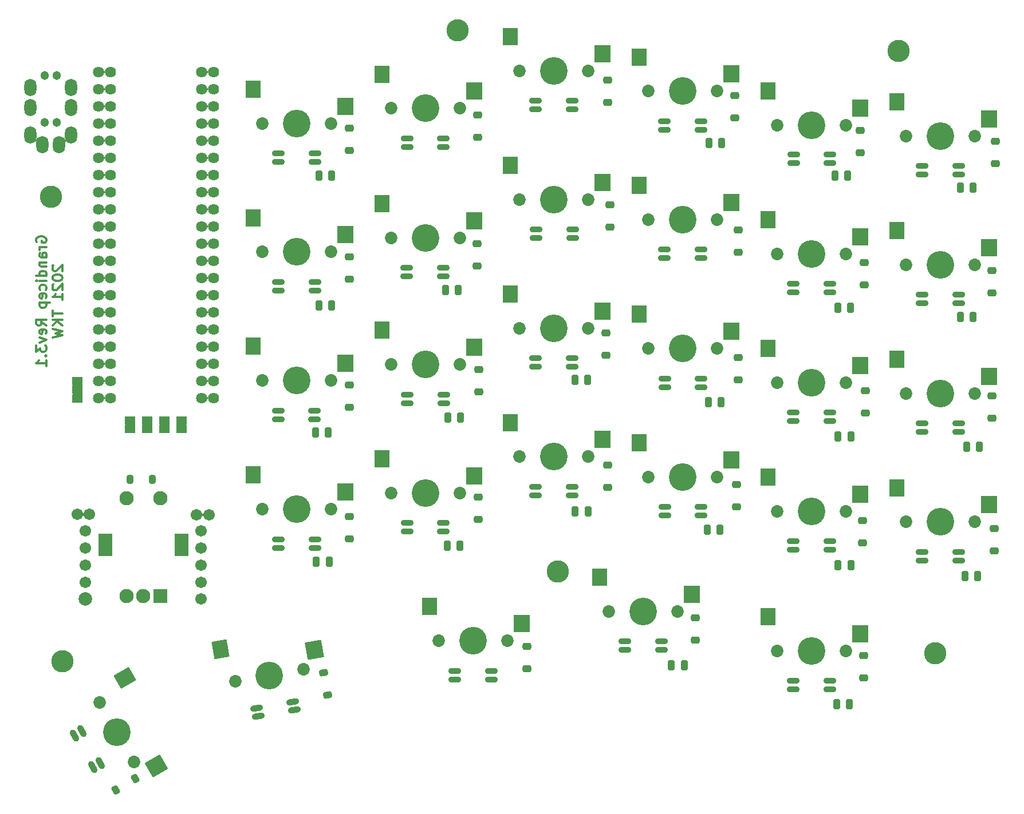
<source format=gbr>
G04 #@! TF.GenerationSoftware,KiCad,Pcbnew,6.0.0-rc1-unknown-b6ea9afb4f~144~ubuntu20.04.1*
G04 #@! TF.CreationDate,2021-11-30T19:06:32+00:00*
G04 #@! TF.ProjectId,grandiceps-rev3,6772616e-6469-4636-9570-732d72657633,rev?*
G04 #@! TF.SameCoordinates,Original*
G04 #@! TF.FileFunction,Soldermask,Top*
G04 #@! TF.FilePolarity,Negative*
%FSLAX46Y46*%
G04 Gerber Fmt 4.6, Leading zero omitted, Abs format (unit mm)*
G04 Created by KiCad (PCBNEW 6.0.0-rc1-unknown-b6ea9afb4f~144~ubuntu20.04.1) date 2021-11-30 19:06:32*
%MOMM*%
%LPD*%
G01*
G04 APERTURE LIST*
G04 Aperture macros list*
%AMRoundRect*
0 Rectangle with rounded corners*
0 $1 Rounding radius*
0 $2 $3 $4 $5 $6 $7 $8 $9 X,Y pos of 4 corners*
0 Add a 4 corners polygon primitive as box body*
4,1,4,$2,$3,$4,$5,$6,$7,$8,$9,$2,$3,0*
0 Add four circle primitives for the rounded corners*
1,1,$1+$1,$2,$3*
1,1,$1+$1,$4,$5*
1,1,$1+$1,$6,$7*
1,1,$1+$1,$8,$9*
0 Add four rect primitives between the rounded corners*
20,1,$1+$1,$2,$3,$4,$5,0*
20,1,$1+$1,$4,$5,$6,$7,0*
20,1,$1+$1,$6,$7,$8,$9,0*
20,1,$1+$1,$8,$9,$2,$3,0*%
%AMHorizOval*
0 Thick line with rounded ends*
0 $1 width*
0 $2 $3 position (X,Y) of the first rounded end (center of the circle)*
0 $4 $5 position (X,Y) of the second rounded end (center of the circle)*
0 Add line between two ends*
20,1,$1,$2,$3,$4,$5,0*
0 Add two circle primitives to create the rounded ends*
1,1,$1,$2,$3*
1,1,$1,$4,$5*%
G04 Aperture macros list end*
%ADD10C,0.300000*%
%ADD11C,1.626000*%
%ADD12RoundRect,0.294750X-0.243750X-0.456250X0.243750X-0.456250X0.243750X0.456250X-0.243750X0.456250X0*%
%ADD13C,2.002000*%
%ADD14C,1.702000*%
%ADD15O,1.902000X0.922000*%
%ADD16HorizOval,0.922000X0.482556X0.085088X-0.482556X-0.085088X0*%
%ADD17RoundRect,0.051000X-0.750000X0.500000X-0.750000X-0.500000X0.750000X-0.500000X0.750000X0.500000X0*%
%ADD18HorizOval,0.922000X0.245000X-0.424352X-0.245000X0.424352X0*%
%ADD19RoundRect,0.276000X0.375000X-0.225000X0.375000X0.225000X-0.375000X0.225000X-0.375000X-0.225000X0*%
%ADD20RoundRect,0.276000X0.408374X-0.156464X0.330232X0.286700X-0.408374X0.156464X-0.330232X-0.286700X0*%
%ADD21RoundRect,0.276000X-0.007356X-0.437260X0.382356X-0.212260X0.007356X0.437260X-0.382356X0.212260X0*%
%ADD22RoundRect,0.276000X0.225000X0.375000X-0.225000X0.375000X-0.225000X-0.375000X0.225000X-0.375000X0*%
%ADD23C,3.302000*%
%ADD24C,1.852000*%
%ADD25C,4.089800*%
%ADD26RoundRect,0.051000X-1.175000X-1.250000X1.175000X-1.250000X1.175000X1.250000X-1.175000X1.250000X0*%
%ADD27RoundRect,0.051000X1.075000X1.250000X-1.075000X1.250000X-1.075000X-1.250000X1.075000X-1.250000X0*%
%ADD28RoundRect,0.051000X1.000000X-1.000000X1.000000X1.000000X-1.000000X1.000000X-1.000000X-1.000000X0*%
%ADD29C,2.102000*%
%ADD30RoundRect,0.051000X1.000000X-1.600000X1.000000X1.600000X-1.000000X1.600000X-1.000000X-1.600000X0*%
%ADD31RoundRect,0.051000X-1.670032X0.392580X-0.495032X-1.642580X1.670032X-0.392580X0.495032X1.642580X0*%
%ADD32RoundRect,0.051000X1.620032X-0.305977X0.545032X1.555977X-1.620032X0.305977X-0.545032X-1.555977X0*%
%ADD33RoundRect,0.051000X-0.940089X-1.435046X1.374209X-1.026973X0.940089X1.435046X-1.374209X1.026973X0*%
%ADD34RoundRect,0.051000X0.841608X1.417681X-1.275729X1.044338X-0.841608X-1.417681X1.275729X-1.044338X0*%
%ADD35C,1.302000*%
%ADD36O,1.802000X2.602000*%
G04 APERTURE END LIST*
D10*
X91692300Y-72326800D02*
X91620871Y-72183942D01*
X91620871Y-71969657D01*
X91692300Y-71755371D01*
X91835157Y-71612514D01*
X91978014Y-71541085D01*
X92263728Y-71469657D01*
X92478014Y-71469657D01*
X92763728Y-71541085D01*
X92906585Y-71612514D01*
X93049442Y-71755371D01*
X93120871Y-71969657D01*
X93120871Y-72112514D01*
X93049442Y-72326800D01*
X92978014Y-72398228D01*
X92478014Y-72398228D01*
X92478014Y-72112514D01*
X93120871Y-73041085D02*
X92120871Y-73041085D01*
X92406585Y-73041085D02*
X92263728Y-73112514D01*
X92192300Y-73183942D01*
X92120871Y-73326800D01*
X92120871Y-73469657D01*
X93120871Y-74612514D02*
X92335157Y-74612514D01*
X92192300Y-74541085D01*
X92120871Y-74398228D01*
X92120871Y-74112514D01*
X92192300Y-73969657D01*
X93049442Y-74612514D02*
X93120871Y-74469657D01*
X93120871Y-74112514D01*
X93049442Y-73969657D01*
X92906585Y-73898228D01*
X92763728Y-73898228D01*
X92620871Y-73969657D01*
X92549442Y-74112514D01*
X92549442Y-74469657D01*
X92478014Y-74612514D01*
X92120871Y-75326800D02*
X93120871Y-75326800D01*
X92263728Y-75326800D02*
X92192300Y-75398228D01*
X92120871Y-75541085D01*
X92120871Y-75755371D01*
X92192300Y-75898228D01*
X92335157Y-75969657D01*
X93120871Y-75969657D01*
X93120871Y-77326800D02*
X91620871Y-77326800D01*
X93049442Y-77326800D02*
X93120871Y-77183942D01*
X93120871Y-76898228D01*
X93049442Y-76755371D01*
X92978014Y-76683942D01*
X92835157Y-76612514D01*
X92406585Y-76612514D01*
X92263728Y-76683942D01*
X92192300Y-76755371D01*
X92120871Y-76898228D01*
X92120871Y-77183942D01*
X92192300Y-77326800D01*
X93120871Y-78041085D02*
X92120871Y-78041085D01*
X91620871Y-78041085D02*
X91692300Y-77969657D01*
X91763728Y-78041085D01*
X91692300Y-78112514D01*
X91620871Y-78041085D01*
X91763728Y-78041085D01*
X93049442Y-79398228D02*
X93120871Y-79255371D01*
X93120871Y-78969657D01*
X93049442Y-78826800D01*
X92978014Y-78755371D01*
X92835157Y-78683942D01*
X92406585Y-78683942D01*
X92263728Y-78755371D01*
X92192300Y-78826800D01*
X92120871Y-78969657D01*
X92120871Y-79255371D01*
X92192300Y-79398228D01*
X93049442Y-80612514D02*
X93120871Y-80469657D01*
X93120871Y-80183942D01*
X93049442Y-80041085D01*
X92906585Y-79969657D01*
X92335157Y-79969657D01*
X92192300Y-80041085D01*
X92120871Y-80183942D01*
X92120871Y-80469657D01*
X92192300Y-80612514D01*
X92335157Y-80683942D01*
X92478014Y-80683942D01*
X92620871Y-79969657D01*
X92120871Y-81326800D02*
X93620871Y-81326800D01*
X92192300Y-81326800D02*
X92120871Y-81469657D01*
X92120871Y-81755371D01*
X92192300Y-81898228D01*
X92263728Y-81969657D01*
X92406585Y-82041085D01*
X92835157Y-82041085D01*
X92978014Y-81969657D01*
X93049442Y-81898228D01*
X93120871Y-81755371D01*
X93120871Y-81469657D01*
X93049442Y-81326800D01*
X93120871Y-84683942D02*
X92406585Y-84183942D01*
X93120871Y-83826800D02*
X91620871Y-83826800D01*
X91620871Y-84398228D01*
X91692300Y-84541085D01*
X91763728Y-84612514D01*
X91906585Y-84683942D01*
X92120871Y-84683942D01*
X92263728Y-84612514D01*
X92335157Y-84541085D01*
X92406585Y-84398228D01*
X92406585Y-83826800D01*
X93049442Y-85898228D02*
X93120871Y-85755371D01*
X93120871Y-85469657D01*
X93049442Y-85326800D01*
X92906585Y-85255371D01*
X92335157Y-85255371D01*
X92192300Y-85326800D01*
X92120871Y-85469657D01*
X92120871Y-85755371D01*
X92192300Y-85898228D01*
X92335157Y-85969657D01*
X92478014Y-85969657D01*
X92620871Y-85255371D01*
X92120871Y-86469657D02*
X93120871Y-86826800D01*
X92120871Y-87183942D01*
X91620871Y-87612514D02*
X91620871Y-88541085D01*
X92192300Y-88041085D01*
X92192300Y-88255371D01*
X92263728Y-88398228D01*
X92335157Y-88469657D01*
X92478014Y-88541085D01*
X92835157Y-88541085D01*
X92978014Y-88469657D01*
X93049442Y-88398228D01*
X93120871Y-88255371D01*
X93120871Y-87826800D01*
X93049442Y-87683942D01*
X92978014Y-87612514D01*
X92978014Y-89183942D02*
X93049442Y-89255371D01*
X93120871Y-89183942D01*
X93049442Y-89112514D01*
X92978014Y-89183942D01*
X93120871Y-89183942D01*
X93120871Y-90683942D02*
X93120871Y-89826800D01*
X93120871Y-90255371D02*
X91620871Y-90255371D01*
X91835157Y-90112514D01*
X91978014Y-89969657D01*
X92049442Y-89826800D01*
X94178728Y-75755371D02*
X94107300Y-75826800D01*
X94035871Y-75969657D01*
X94035871Y-76326800D01*
X94107300Y-76469657D01*
X94178728Y-76541085D01*
X94321585Y-76612514D01*
X94464442Y-76612514D01*
X94678728Y-76541085D01*
X95535871Y-75683942D01*
X95535871Y-76612514D01*
X94035871Y-77541085D02*
X94035871Y-77683942D01*
X94107300Y-77826800D01*
X94178728Y-77898228D01*
X94321585Y-77969657D01*
X94607300Y-78041085D01*
X94964442Y-78041085D01*
X95250157Y-77969657D01*
X95393014Y-77898228D01*
X95464442Y-77826800D01*
X95535871Y-77683942D01*
X95535871Y-77541085D01*
X95464442Y-77398228D01*
X95393014Y-77326800D01*
X95250157Y-77255371D01*
X94964442Y-77183942D01*
X94607300Y-77183942D01*
X94321585Y-77255371D01*
X94178728Y-77326800D01*
X94107300Y-77398228D01*
X94035871Y-77541085D01*
X94178728Y-78612514D02*
X94107300Y-78683942D01*
X94035871Y-78826800D01*
X94035871Y-79183942D01*
X94107300Y-79326800D01*
X94178728Y-79398228D01*
X94321585Y-79469657D01*
X94464442Y-79469657D01*
X94678728Y-79398228D01*
X95535871Y-78541085D01*
X95535871Y-79469657D01*
X95535871Y-80898228D02*
X95535871Y-80041085D01*
X95535871Y-80469657D02*
X94035871Y-80469657D01*
X94250157Y-80326800D01*
X94393014Y-80183942D01*
X94464442Y-80041085D01*
X94035871Y-82469657D02*
X94035871Y-83326800D01*
X95535871Y-82898228D02*
X94035871Y-82898228D01*
X95535871Y-83826800D02*
X94035871Y-83826800D01*
X95535871Y-84683942D02*
X94678728Y-84041085D01*
X94035871Y-84683942D02*
X94893014Y-83826800D01*
X94035871Y-85183942D02*
X95535871Y-85541085D01*
X94464442Y-85826799D01*
X95535871Y-86112514D01*
X94035871Y-86469657D01*
X91692300Y-72326800D02*
X91620871Y-72183942D01*
X91620871Y-71969657D01*
X91692300Y-71755371D01*
X91835157Y-71612514D01*
X91978014Y-71541085D01*
X92263728Y-71469657D01*
X92478014Y-71469657D01*
X92763728Y-71541085D01*
X92906585Y-71612514D01*
X93049442Y-71755371D01*
X93120871Y-71969657D01*
X93120871Y-72112514D01*
X93049442Y-72326800D01*
X92978014Y-72398228D01*
X92478014Y-72398228D01*
X92478014Y-72112514D01*
X93120871Y-73041085D02*
X92120871Y-73041085D01*
X92406585Y-73041085D02*
X92263728Y-73112514D01*
X92192300Y-73183942D01*
X92120871Y-73326800D01*
X92120871Y-73469657D01*
X93120871Y-74612514D02*
X92335157Y-74612514D01*
X92192300Y-74541085D01*
X92120871Y-74398228D01*
X92120871Y-74112514D01*
X92192300Y-73969657D01*
X93049442Y-74612514D02*
X93120871Y-74469657D01*
X93120871Y-74112514D01*
X93049442Y-73969657D01*
X92906585Y-73898228D01*
X92763728Y-73898228D01*
X92620871Y-73969657D01*
X92549442Y-74112514D01*
X92549442Y-74469657D01*
X92478014Y-74612514D01*
X92120871Y-75326800D02*
X93120871Y-75326800D01*
X92263728Y-75326800D02*
X92192300Y-75398228D01*
X92120871Y-75541085D01*
X92120871Y-75755371D01*
X92192300Y-75898228D01*
X92335157Y-75969657D01*
X93120871Y-75969657D01*
X93120871Y-77326800D02*
X91620871Y-77326800D01*
X93049442Y-77326800D02*
X93120871Y-77183942D01*
X93120871Y-76898228D01*
X93049442Y-76755371D01*
X92978014Y-76683942D01*
X92835157Y-76612514D01*
X92406585Y-76612514D01*
X92263728Y-76683942D01*
X92192300Y-76755371D01*
X92120871Y-76898228D01*
X92120871Y-77183942D01*
X92192300Y-77326800D01*
X93120871Y-78041085D02*
X92120871Y-78041085D01*
X91620871Y-78041085D02*
X91692300Y-77969657D01*
X91763728Y-78041085D01*
X91692300Y-78112514D01*
X91620871Y-78041085D01*
X91763728Y-78041085D01*
X93049442Y-79398228D02*
X93120871Y-79255371D01*
X93120871Y-78969657D01*
X93049442Y-78826800D01*
X92978014Y-78755371D01*
X92835157Y-78683942D01*
X92406585Y-78683942D01*
X92263728Y-78755371D01*
X92192300Y-78826800D01*
X92120871Y-78969657D01*
X92120871Y-79255371D01*
X92192300Y-79398228D01*
X93049442Y-80612514D02*
X93120871Y-80469657D01*
X93120871Y-80183942D01*
X93049442Y-80041085D01*
X92906585Y-79969657D01*
X92335157Y-79969657D01*
X92192300Y-80041085D01*
X92120871Y-80183942D01*
X92120871Y-80469657D01*
X92192300Y-80612514D01*
X92335157Y-80683942D01*
X92478014Y-80683942D01*
X92620871Y-79969657D01*
X92120871Y-81326800D02*
X93620871Y-81326800D01*
X92192300Y-81326800D02*
X92120871Y-81469657D01*
X92120871Y-81755371D01*
X92192300Y-81898228D01*
X92263728Y-81969657D01*
X92406585Y-82041085D01*
X92835157Y-82041085D01*
X92978014Y-81969657D01*
X93049442Y-81898228D01*
X93120871Y-81755371D01*
X93120871Y-81469657D01*
X93049442Y-81326800D01*
X93120871Y-84683942D02*
X92406585Y-84183942D01*
X93120871Y-83826800D02*
X91620871Y-83826800D01*
X91620871Y-84398228D01*
X91692300Y-84541085D01*
X91763728Y-84612514D01*
X91906585Y-84683942D01*
X92120871Y-84683942D01*
X92263728Y-84612514D01*
X92335157Y-84541085D01*
X92406585Y-84398228D01*
X92406585Y-83826800D01*
X93049442Y-85898228D02*
X93120871Y-85755371D01*
X93120871Y-85469657D01*
X93049442Y-85326800D01*
X92906585Y-85255371D01*
X92335157Y-85255371D01*
X92192300Y-85326800D01*
X92120871Y-85469657D01*
X92120871Y-85755371D01*
X92192300Y-85898228D01*
X92335157Y-85969657D01*
X92478014Y-85969657D01*
X92620871Y-85255371D01*
X92120871Y-86469657D02*
X93120871Y-86826800D01*
X92120871Y-87183942D01*
X91620871Y-87612514D02*
X91620871Y-88541085D01*
X92192300Y-88041085D01*
X92192300Y-88255371D01*
X92263728Y-88398228D01*
X92335157Y-88469657D01*
X92478014Y-88541085D01*
X92835157Y-88541085D01*
X92978014Y-88469657D01*
X93049442Y-88398228D01*
X93120871Y-88255371D01*
X93120871Y-87826800D01*
X93049442Y-87683942D01*
X92978014Y-87612514D01*
X92978014Y-89183942D02*
X93049442Y-89255371D01*
X93120871Y-89183942D01*
X93049442Y-89112514D01*
X92978014Y-89183942D01*
X93120871Y-89183942D01*
X93120871Y-90683942D02*
X93120871Y-89826800D01*
X93120871Y-90255371D02*
X91620871Y-90255371D01*
X91835157Y-90112514D01*
X91978014Y-89969657D01*
X92049442Y-89826800D01*
X94178728Y-75755371D02*
X94107300Y-75826800D01*
X94035871Y-75969657D01*
X94035871Y-76326800D01*
X94107300Y-76469657D01*
X94178728Y-76541085D01*
X94321585Y-76612514D01*
X94464442Y-76612514D01*
X94678728Y-76541085D01*
X95535871Y-75683942D01*
X95535871Y-76612514D01*
X94035871Y-77541085D02*
X94035871Y-77683942D01*
X94107300Y-77826800D01*
X94178728Y-77898228D01*
X94321585Y-77969657D01*
X94607300Y-78041085D01*
X94964442Y-78041085D01*
X95250157Y-77969657D01*
X95393014Y-77898228D01*
X95464442Y-77826800D01*
X95535871Y-77683942D01*
X95535871Y-77541085D01*
X95464442Y-77398228D01*
X95393014Y-77326800D01*
X95250157Y-77255371D01*
X94964442Y-77183942D01*
X94607300Y-77183942D01*
X94321585Y-77255371D01*
X94178728Y-77326800D01*
X94107300Y-77398228D01*
X94035871Y-77541085D01*
X94178728Y-78612514D02*
X94107300Y-78683942D01*
X94035871Y-78826800D01*
X94035871Y-79183942D01*
X94107300Y-79326800D01*
X94178728Y-79398228D01*
X94321585Y-79469657D01*
X94464442Y-79469657D01*
X94678728Y-79398228D01*
X95535871Y-78541085D01*
X95535871Y-79469657D01*
X95535871Y-80898228D02*
X95535871Y-80041085D01*
X95535871Y-80469657D02*
X94035871Y-80469657D01*
X94250157Y-80326800D01*
X94393014Y-80183942D01*
X94464442Y-80041085D01*
X94035871Y-82469657D02*
X94035871Y-83326800D01*
X95535871Y-82898228D02*
X94035871Y-82898228D01*
X95535871Y-83826800D02*
X94035871Y-83826800D01*
X95535871Y-84683942D02*
X94678728Y-84041085D01*
X94035871Y-84683942D02*
X94893014Y-83826800D01*
X94035871Y-85183942D02*
X95535871Y-85541085D01*
X94464442Y-85826799D01*
X95535871Y-86112514D01*
X94035871Y-86469657D01*
D11*
X100813000Y-47167800D03*
X117831000Y-47167800D03*
X117831000Y-49707800D03*
X100813000Y-49707800D03*
X100813000Y-52247800D03*
X117831000Y-52247800D03*
X100813000Y-54787800D03*
X117831000Y-54787800D03*
X117831000Y-57327800D03*
X100813000Y-57327800D03*
X117831000Y-59867800D03*
X100813000Y-59867800D03*
X117831000Y-62407800D03*
X100813000Y-62407800D03*
X117831000Y-64947800D03*
X100813000Y-64947800D03*
X117831000Y-67487800D03*
X100813000Y-67487800D03*
X117831000Y-70027800D03*
X100813000Y-70027800D03*
X100813000Y-72567800D03*
X117831000Y-72567800D03*
X100813000Y-75107800D03*
X117831000Y-75107800D03*
X117831000Y-77647800D03*
X100813000Y-77647800D03*
X100813000Y-80187800D03*
X117831000Y-80187800D03*
X100813000Y-82727800D03*
X117831000Y-82727800D03*
X117831000Y-85267800D03*
X100813000Y-85267800D03*
X117831000Y-87807800D03*
X100813000Y-87807800D03*
X117831000Y-90347800D03*
X100813000Y-90347800D03*
X100813000Y-92887800D03*
X117831000Y-92887800D03*
X100813000Y-95427800D03*
X117831000Y-95427800D03*
X116053000Y-95427800D03*
X102591000Y-95427800D03*
X116053000Y-92887800D03*
X102591000Y-92887800D03*
X102591000Y-90347800D03*
X116053000Y-90347800D03*
X116053000Y-87807800D03*
X102591000Y-87807800D03*
X116053000Y-85267800D03*
X102591000Y-85267800D03*
X102591000Y-82727800D03*
X116053000Y-82727800D03*
X102591000Y-80187800D03*
X116053000Y-80187800D03*
X102591000Y-77647800D03*
X116053000Y-77647800D03*
X116053000Y-75107800D03*
X102591000Y-75107800D03*
X102591000Y-72567800D03*
X116053000Y-72567800D03*
X116053000Y-70027800D03*
X102591000Y-70027800D03*
X102591000Y-67487800D03*
X116053000Y-67487800D03*
X116053000Y-64947800D03*
X102591000Y-64947800D03*
X102591000Y-62407800D03*
X116053000Y-62407800D03*
X102591000Y-59867800D03*
X116053000Y-59867800D03*
X116053000Y-57327800D03*
X102591000Y-57327800D03*
X102591000Y-54787800D03*
X116053000Y-54787800D03*
X102591000Y-52247800D03*
X116053000Y-52247800D03*
X116053000Y-49707800D03*
X102591000Y-49707800D03*
X116053000Y-47167800D03*
X102591000Y-47167800D03*
D12*
X228955600Y-121742200D03*
X230830600Y-121742200D03*
X152453100Y-98298000D03*
X154328100Y-98298000D03*
X152430000Y-117246400D03*
X154305000Y-117246400D03*
D13*
X98896000Y-125146600D03*
D14*
X98896000Y-115036600D03*
X98896000Y-117576600D03*
X98896000Y-120116600D03*
X98896000Y-122656600D03*
X97671000Y-112646600D03*
X99521000Y-112646600D03*
D15*
X132824200Y-116327000D03*
X132824200Y-117607000D03*
X127424200Y-117607000D03*
X127424200Y-116327000D03*
X227998000Y-61082000D03*
X227998000Y-62362000D03*
X222598000Y-62362000D03*
X222598000Y-61082000D03*
D16*
X129540979Y-140352496D03*
X129763249Y-141613050D03*
X124445287Y-142550750D03*
X124223017Y-141290197D03*
D15*
X170873400Y-51430000D03*
X170873400Y-52710000D03*
X165473400Y-52710000D03*
X165473400Y-51430000D03*
D12*
X185549300Y-134950200D03*
X187424300Y-134950200D03*
X191038000Y-96062800D03*
X192913000Y-96062800D03*
D15*
X158910000Y-135783400D03*
X158910000Y-137063400D03*
X153510000Y-137063400D03*
X153510000Y-135783400D03*
X151874200Y-94914800D03*
X151874200Y-96194800D03*
X146474200Y-96194800D03*
X146474200Y-94914800D03*
X132798800Y-97277000D03*
X132798800Y-98557000D03*
X127398800Y-98557000D03*
X127398800Y-97277000D03*
X132824200Y-59202400D03*
X132824200Y-60482400D03*
X127424200Y-60482400D03*
X127424200Y-59202400D03*
X189923400Y-54427200D03*
X189923400Y-55707200D03*
X184523400Y-55707200D03*
X184523400Y-54427200D03*
X208973400Y-78506400D03*
X208973400Y-79786400D03*
X203573400Y-79786400D03*
X203573400Y-78506400D03*
X132824200Y-78252400D03*
X132824200Y-79532400D03*
X127424200Y-79532400D03*
X127424200Y-78252400D03*
D17*
X113106200Y-98725200D03*
X113106200Y-100025200D03*
D15*
X170848000Y-108580000D03*
X170848000Y-109860000D03*
X165448000Y-109860000D03*
X165448000Y-108580000D03*
D18*
X101111447Y-149414469D03*
X100002935Y-150054469D03*
X97302935Y-145377931D03*
X98411447Y-144737931D03*
D15*
X170848000Y-89504600D03*
X170848000Y-90784600D03*
X165448000Y-90784600D03*
X165448000Y-89504600D03*
X227972600Y-80106600D03*
X227972600Y-81386600D03*
X222572600Y-81386600D03*
X222572600Y-80106600D03*
X208973400Y-97581800D03*
X208973400Y-98861800D03*
X203573400Y-98861800D03*
X203573400Y-97581800D03*
D12*
X133456200Y-62458600D03*
X135331200Y-62458600D03*
D15*
X151848800Y-56967200D03*
X151848800Y-58247200D03*
X146448800Y-58247200D03*
X146448800Y-56967200D03*
X189948800Y-92527200D03*
X189948800Y-93807200D03*
X184548800Y-93807200D03*
X184548800Y-92527200D03*
D12*
X229184200Y-102641400D03*
X231059200Y-102641400D03*
X132920500Y-100507800D03*
X134795500Y-100507800D03*
X210187300Y-101066600D03*
X212062300Y-101066600D03*
D15*
X227998000Y-118206600D03*
X227998000Y-119486600D03*
X222598000Y-119486600D03*
X222598000Y-118206600D03*
D12*
X228272100Y-64236600D03*
X230147100Y-64236600D03*
D15*
X208973400Y-137282000D03*
X208973400Y-138562000D03*
X203573400Y-138562000D03*
X203573400Y-137282000D03*
D12*
X171323000Y-112217200D03*
X173198000Y-112217200D03*
D15*
X208948000Y-116581000D03*
X208948000Y-117861000D03*
X203548000Y-117861000D03*
X203548000Y-116581000D03*
D17*
X97739200Y-92904000D03*
X97739200Y-94204000D03*
X97739200Y-95504000D03*
X105537000Y-98725200D03*
X105537000Y-100025200D03*
D15*
X189948800Y-111551800D03*
X189948800Y-112831800D03*
X184548800Y-112831800D03*
X184548800Y-111551800D03*
D12*
X209730100Y-62534800D03*
X211605100Y-62534800D03*
D17*
X108077000Y-98725200D03*
X108077000Y-100025200D03*
D15*
X189923400Y-73451800D03*
X189923400Y-74731800D03*
X184523400Y-74731800D03*
X184523400Y-73451800D03*
X208998800Y-59329400D03*
X208998800Y-60609400D03*
X203598800Y-60609400D03*
X203598800Y-59329400D03*
D12*
X209984100Y-140766800D03*
X211859100Y-140766800D03*
D15*
X151823400Y-76144200D03*
X151823400Y-77424200D03*
X146423400Y-77424200D03*
X146423400Y-76144200D03*
X170949600Y-70480000D03*
X170949600Y-71760000D03*
X165549600Y-71760000D03*
X165549600Y-70480000D03*
X184056000Y-131440000D03*
X184056000Y-132720000D03*
X178656000Y-132720000D03*
X178656000Y-131440000D03*
X151848800Y-113914000D03*
X151848800Y-115194000D03*
X146448800Y-115194000D03*
X146448800Y-113914000D03*
D17*
X110617000Y-98725200D03*
X110617000Y-100025200D03*
D15*
X227998000Y-99156600D03*
X227998000Y-100436600D03*
X222598000Y-100436600D03*
X222598000Y-99156600D03*
D12*
X190834800Y-114909600D03*
X192709800Y-114909600D03*
X171276800Y-92735400D03*
X173151800Y-92735400D03*
X210187300Y-120192800D03*
X212062300Y-120192800D03*
X133428500Y-81737200D03*
X135303500Y-81737200D03*
X152173700Y-79451200D03*
X154048700Y-79451200D03*
X210161900Y-82042000D03*
X212036900Y-82042000D03*
D19*
X233426000Y-60679600D03*
X233426000Y-57378600D03*
X213487000Y-59105800D03*
X213487000Y-55804800D03*
X194945000Y-53974000D03*
X194945000Y-50673000D03*
X176123600Y-51637200D03*
X176123600Y-48336200D03*
X156895800Y-56845200D03*
X156895800Y-53544200D03*
D20*
X134728893Y-139344718D03*
X134155681Y-136093867D03*
D21*
X103395992Y-153403300D03*
X106254742Y-151752800D03*
D22*
X108761800Y-107467400D03*
X105460800Y-107467400D03*
D19*
X232918000Y-79856600D03*
X232918000Y-76555600D03*
X214071200Y-78638400D03*
X214071200Y-75337400D03*
X195453000Y-73813400D03*
X195453000Y-70512400D03*
X176428400Y-70103000D03*
X176428400Y-66802000D03*
X156819600Y-75843400D03*
X156819600Y-72542400D03*
X137916400Y-77825600D03*
X137916400Y-74524600D03*
X232943400Y-98400600D03*
X232943400Y-95099600D03*
X214249000Y-97611200D03*
X214249000Y-94310200D03*
X195453000Y-92683600D03*
X195453000Y-89382600D03*
X175895000Y-89076800D03*
X175895000Y-85775800D03*
X157073600Y-94488000D03*
X157073600Y-91187000D03*
X137947400Y-96824800D03*
X137947400Y-93523800D03*
X233222800Y-118058200D03*
X233222800Y-114757200D03*
X213766400Y-116839000D03*
X213766400Y-113538000D03*
X195173600Y-111530400D03*
X195173600Y-108229400D03*
X176149000Y-108609400D03*
X176149000Y-105308400D03*
X156972000Y-113410000D03*
X156972000Y-110109000D03*
X137916400Y-116281200D03*
X137916400Y-112980200D03*
X213969600Y-136854200D03*
X213969600Y-133553200D03*
X189052200Y-131216400D03*
X189052200Y-127915400D03*
X164134800Y-135483600D03*
X164134800Y-132182600D03*
D23*
X219100400Y-44069000D03*
X168783000Y-121081800D03*
X95504000Y-134366000D03*
X224561000Y-133198000D03*
X153924000Y-40995600D03*
X93776600Y-65608200D03*
D12*
X133049800Y-119608600D03*
X134924800Y-119608600D03*
D24*
X220218000Y-75682000D03*
X230378000Y-75682000D03*
D25*
X225298000Y-75682000D03*
D26*
X232498000Y-73142000D03*
D27*
X218873400Y-70614700D03*
D25*
X206273000Y-55039800D03*
D24*
X201193000Y-55039800D03*
X211353000Y-55039800D03*
D26*
X213473000Y-52499800D03*
D27*
X199848400Y-49972500D03*
D24*
X144073000Y-109498000D03*
X154233000Y-109498000D03*
D25*
X149153000Y-109498000D03*
D26*
X156353000Y-106958000D03*
D27*
X142728400Y-104430700D03*
D24*
X135193000Y-111878000D03*
X125033000Y-111878000D03*
D25*
X130113000Y-111878000D03*
D26*
X137313000Y-109338000D03*
D27*
X123688400Y-106810700D03*
D24*
X173228000Y-104110200D03*
X163068000Y-104110200D03*
D25*
X168148000Y-104110200D03*
D26*
X175348000Y-101570200D03*
D27*
X161723400Y-99042900D03*
D25*
X130113000Y-54757800D03*
D24*
X135193000Y-54757800D03*
X125033000Y-54757800D03*
D26*
X137313000Y-52217800D03*
D27*
X123688400Y-49690500D03*
D24*
X211353000Y-132842000D03*
D25*
X206273000Y-132842000D03*
D24*
X201193000Y-132842000D03*
D26*
X213473000Y-130302000D03*
D27*
X199848400Y-127774700D03*
D28*
X109982000Y-124714000D03*
D29*
X104982000Y-124714000D03*
X107482000Y-124714000D03*
D30*
X101882000Y-117214000D03*
X113082000Y-117214000D03*
D29*
X104982000Y-110214000D03*
X109982000Y-110214000D03*
D25*
X149153000Y-52537800D03*
D24*
X144073000Y-52537800D03*
X154233000Y-52537800D03*
D26*
X156353000Y-49997800D03*
D27*
X142728400Y-47470500D03*
D25*
X187233000Y-107118000D03*
D24*
X182153000Y-107118000D03*
X192313000Y-107118000D03*
D26*
X194433000Y-104578000D03*
D27*
X180808400Y-102050700D03*
D25*
X130113000Y-73797800D03*
D24*
X125033000Y-73797800D03*
X135193000Y-73797800D03*
D26*
X137313000Y-71257800D03*
D27*
X123688400Y-68730500D03*
D25*
X156210000Y-131318000D03*
D24*
X161290000Y-131318000D03*
X151130000Y-131318000D03*
D26*
X163410000Y-128778000D03*
D27*
X149785400Y-126250700D03*
D24*
X106115000Y-149299409D03*
D25*
X103575000Y-144900000D03*
D24*
X101035000Y-140500591D03*
D31*
X109374705Y-149865383D03*
D32*
X104751111Y-136802483D03*
D24*
X121110377Y-137341933D03*
D25*
X126113200Y-136459800D03*
D24*
X131116023Y-135577667D03*
D33*
X132762749Y-132708121D03*
D34*
X118906277Y-132585104D03*
D24*
X230378000Y-94722000D03*
D25*
X225298000Y-94722000D03*
D24*
X220218000Y-94722000D03*
D26*
X232498000Y-92182000D03*
D27*
X218873400Y-89654700D03*
D24*
X144073000Y-90457800D03*
D25*
X149153000Y-90457800D03*
D24*
X154233000Y-90457800D03*
D26*
X156353000Y-87917800D03*
D27*
X142728400Y-85390500D03*
D24*
X163068000Y-66030000D03*
D25*
X168148000Y-66030000D03*
D24*
X173228000Y-66030000D03*
D26*
X175348000Y-63490000D03*
D27*
X161723400Y-60962700D03*
D24*
X211353000Y-112160000D03*
X201193000Y-112160000D03*
D25*
X206273000Y-112160000D03*
D26*
X213473000Y-109620000D03*
D27*
X199848400Y-107092700D03*
D24*
X173228000Y-85070000D03*
D25*
X168148000Y-85070000D03*
D24*
X163068000Y-85070000D03*
D26*
X175348000Y-82530000D03*
D27*
X161723400Y-80002700D03*
D24*
X154233000Y-71737800D03*
D25*
X149153000Y-71737800D03*
D24*
X144073000Y-71737800D03*
D26*
X156353000Y-69197800D03*
D27*
X142728400Y-66670500D03*
D24*
X182153000Y-69037800D03*
D25*
X187233000Y-69037800D03*
D24*
X192313000Y-69037800D03*
D26*
X194433000Y-66497800D03*
D27*
X180808400Y-63970500D03*
D24*
X182153000Y-49997800D03*
X192313000Y-49997800D03*
D25*
X187233000Y-49997800D03*
D26*
X194433000Y-47457800D03*
D27*
X180808400Y-44930500D03*
D24*
X125033000Y-92837800D03*
X135193000Y-92837800D03*
D25*
X130113000Y-92837800D03*
D26*
X137313000Y-90297800D03*
D27*
X123688400Y-87770500D03*
D24*
X220218000Y-56642000D03*
X230378000Y-56642000D03*
D25*
X225298000Y-56642000D03*
D26*
X232498000Y-54102000D03*
D27*
X218873400Y-51574700D03*
D24*
X173228000Y-46990000D03*
D25*
X168148000Y-46990000D03*
D24*
X163068000Y-46990000D03*
D26*
X175348000Y-44450000D03*
D27*
X161723400Y-41922700D03*
D24*
X201193000Y-93119800D03*
X211353000Y-93119800D03*
D25*
X206273000Y-93119800D03*
D26*
X213473000Y-90579800D03*
D27*
X199848400Y-88052500D03*
D25*
X187233000Y-88077800D03*
D24*
X182153000Y-88077800D03*
X192313000Y-88077800D03*
D26*
X194433000Y-85537800D03*
D27*
X180808400Y-83010500D03*
D24*
X176276000Y-127000000D03*
X186436000Y-127000000D03*
D25*
X181356000Y-127000000D03*
D26*
X188556000Y-124460000D03*
D27*
X174931400Y-121932700D03*
D25*
X206273000Y-74079800D03*
D24*
X211353000Y-74079800D03*
X201193000Y-74079800D03*
D26*
X213473000Y-71539800D03*
D27*
X199848400Y-69012500D03*
D24*
X220218000Y-113762200D03*
X230378000Y-113762200D03*
D25*
X225298000Y-113762200D03*
D26*
X232498000Y-111222200D03*
D27*
X218873400Y-108694900D03*
D19*
X137947400Y-58775600D03*
X137947400Y-55474600D03*
D12*
X191084200Y-57658000D03*
X192959200Y-57658000D03*
X228295200Y-83388200D03*
X230170200Y-83388200D03*
D35*
X94637600Y-47651800D03*
X92887600Y-54651800D03*
X92887600Y-47651800D03*
X94637600Y-54651800D03*
D36*
X92537600Y-57951800D03*
X94987600Y-57951800D03*
X96737600Y-49451800D03*
X90787600Y-49451800D03*
X90787600Y-52451800D03*
X96737600Y-52451800D03*
X90787600Y-56451800D03*
X96737600Y-56451800D03*
D14*
X115962600Y-125172000D03*
X115962600Y-115062000D03*
X115962600Y-117602000D03*
X115962600Y-120142000D03*
X115962600Y-122682000D03*
X117187600Y-112672000D03*
X115337600Y-112672000D03*
G36*
X116409124Y-112333326D02*
G01*
X116409315Y-112334980D01*
X116357163Y-112495485D01*
X116338611Y-112672000D01*
X116357163Y-112848515D01*
X116405636Y-112997699D01*
X116405220Y-112999655D01*
X116403318Y-113000273D01*
X116401955Y-112999231D01*
X116395139Y-112985968D01*
X116394995Y-112985605D01*
X116380683Y-112935693D01*
X116343450Y-112876941D01*
X116280634Y-112847771D01*
X116212021Y-112857192D01*
X116159263Y-112902323D01*
X116145620Y-112930615D01*
X116143310Y-112937561D01*
X116141814Y-112938889D01*
X116139916Y-112938258D01*
X116139510Y-112936312D01*
X116168037Y-112848515D01*
X116186589Y-112672000D01*
X116168037Y-112495485D01*
X116117726Y-112340644D01*
X116118142Y-112338688D01*
X116120044Y-112338070D01*
X116121394Y-112339087D01*
X116125601Y-112347000D01*
X116125750Y-112347361D01*
X116144840Y-112410592D01*
X116182889Y-112468818D01*
X116246107Y-112497110D01*
X116314583Y-112486732D01*
X116366702Y-112440870D01*
X116379953Y-112412384D01*
X116404062Y-112336385D01*
X116404215Y-112336026D01*
X116405660Y-112333398D01*
X116407371Y-112332362D01*
X116409124Y-112333326D01*
G37*
G36*
X98742524Y-112307926D02*
G01*
X98742715Y-112309580D01*
X98690563Y-112470085D01*
X98672011Y-112646600D01*
X98690563Y-112823115D01*
X98739036Y-112972299D01*
X98738620Y-112974255D01*
X98736718Y-112974873D01*
X98735355Y-112973831D01*
X98728539Y-112960568D01*
X98728395Y-112960205D01*
X98714083Y-112910293D01*
X98676850Y-112851541D01*
X98614034Y-112822371D01*
X98545421Y-112831792D01*
X98492663Y-112876923D01*
X98479020Y-112905215D01*
X98476710Y-112912161D01*
X98475214Y-112913489D01*
X98473316Y-112912858D01*
X98472910Y-112910912D01*
X98501437Y-112823115D01*
X98519989Y-112646600D01*
X98501437Y-112470085D01*
X98451126Y-112315244D01*
X98451542Y-112313288D01*
X98453444Y-112312670D01*
X98454794Y-112313687D01*
X98459001Y-112321600D01*
X98459150Y-112321961D01*
X98478240Y-112385192D01*
X98516289Y-112443418D01*
X98579507Y-112471710D01*
X98647983Y-112461332D01*
X98700102Y-112415470D01*
X98713353Y-112386984D01*
X98737462Y-112310985D01*
X98737615Y-112310626D01*
X98739060Y-112307998D01*
X98740771Y-112306962D01*
X98742524Y-112307926D01*
G37*
G36*
X113872868Y-99271865D02*
G01*
X113873258Y-99273827D01*
X113872899Y-99274467D01*
X113829711Y-99326146D01*
X113821080Y-99394861D01*
X113851044Y-99457491D01*
X113871882Y-99475548D01*
X113872536Y-99477438D01*
X113871226Y-99478949D01*
X113870182Y-99479021D01*
X113856001Y-99476200D01*
X112356399Y-99476200D01*
X112341426Y-99479178D01*
X112339532Y-99478535D01*
X112339142Y-99476573D01*
X112339501Y-99475933D01*
X112382689Y-99424254D01*
X112391320Y-99355539D01*
X112361356Y-99292909D01*
X112340518Y-99274852D01*
X112339864Y-99272962D01*
X112341174Y-99271451D01*
X112342218Y-99271379D01*
X112356399Y-99274200D01*
X113856001Y-99274200D01*
X113870974Y-99271222D01*
X113872868Y-99271865D01*
G37*
G36*
X106303668Y-99271865D02*
G01*
X106304058Y-99273827D01*
X106303699Y-99274467D01*
X106260511Y-99326146D01*
X106251880Y-99394861D01*
X106281844Y-99457491D01*
X106302682Y-99475548D01*
X106303336Y-99477438D01*
X106302026Y-99478949D01*
X106300982Y-99479021D01*
X106286801Y-99476200D01*
X104787199Y-99476200D01*
X104772226Y-99479178D01*
X104770332Y-99478535D01*
X104769942Y-99476573D01*
X104770301Y-99475933D01*
X104813489Y-99424254D01*
X104822120Y-99355539D01*
X104792156Y-99292909D01*
X104771318Y-99274852D01*
X104770664Y-99272962D01*
X104771974Y-99271451D01*
X104773018Y-99271379D01*
X104787199Y-99274200D01*
X106286801Y-99274200D01*
X106301774Y-99271222D01*
X106303668Y-99271865D01*
G37*
G36*
X111383668Y-99271865D02*
G01*
X111384058Y-99273827D01*
X111383699Y-99274467D01*
X111340511Y-99326146D01*
X111331880Y-99394861D01*
X111361844Y-99457491D01*
X111382682Y-99475548D01*
X111383336Y-99477438D01*
X111382026Y-99478949D01*
X111380982Y-99479021D01*
X111366801Y-99476200D01*
X109867199Y-99476200D01*
X109852226Y-99479178D01*
X109850332Y-99478535D01*
X109849942Y-99476573D01*
X109850301Y-99475933D01*
X109893489Y-99424254D01*
X109902120Y-99355539D01*
X109872156Y-99292909D01*
X109851318Y-99274852D01*
X109850664Y-99272962D01*
X109851974Y-99271451D01*
X109853018Y-99271379D01*
X109867199Y-99274200D01*
X111366801Y-99274200D01*
X111381774Y-99271222D01*
X111383668Y-99271865D01*
G37*
G36*
X108843668Y-99271865D02*
G01*
X108844058Y-99273827D01*
X108843699Y-99274467D01*
X108800511Y-99326146D01*
X108791880Y-99394861D01*
X108821844Y-99457491D01*
X108842682Y-99475548D01*
X108843336Y-99477438D01*
X108842026Y-99478949D01*
X108840982Y-99479021D01*
X108826801Y-99476200D01*
X107327199Y-99476200D01*
X107312226Y-99479178D01*
X107310332Y-99478535D01*
X107309942Y-99476573D01*
X107310301Y-99475933D01*
X107353489Y-99424254D01*
X107362120Y-99355539D01*
X107332156Y-99292909D01*
X107311318Y-99274852D01*
X107310664Y-99272962D01*
X107311974Y-99271451D01*
X107313018Y-99271379D01*
X107327199Y-99274200D01*
X108826801Y-99274200D01*
X108841774Y-99271222D01*
X108843668Y-99271865D01*
G37*
G36*
X101585569Y-95183727D02*
G01*
X101624194Y-95240215D01*
X101687988Y-95267174D01*
X101756234Y-95255364D01*
X101807391Y-95208413D01*
X101815044Y-95191655D01*
X101816673Y-95190495D01*
X101818492Y-95191326D01*
X101818742Y-95193170D01*
X101802752Y-95237101D01*
X101780091Y-95416478D01*
X101797734Y-95596411D01*
X101822508Y-95670886D01*
X101822106Y-95672845D01*
X101820208Y-95673476D01*
X101818959Y-95672646D01*
X101779806Y-95615385D01*
X101716012Y-95588426D01*
X101647766Y-95600236D01*
X101596609Y-95647187D01*
X101593333Y-95654361D01*
X101591704Y-95655521D01*
X101589885Y-95654690D01*
X101589644Y-95652820D01*
X101598508Y-95629485D01*
X101623685Y-95450345D01*
X101623998Y-95427900D01*
X101603833Y-95248126D01*
X101582029Y-95185514D01*
X101582404Y-95183549D01*
X101584293Y-95182891D01*
X101585569Y-95183727D01*
G37*
G36*
X116825569Y-95183727D02*
G01*
X116864194Y-95240215D01*
X116927988Y-95267174D01*
X116996234Y-95255364D01*
X117047391Y-95208413D01*
X117055044Y-95191655D01*
X117056673Y-95190495D01*
X117058492Y-95191326D01*
X117058742Y-95193170D01*
X117042752Y-95237101D01*
X117020091Y-95416478D01*
X117037734Y-95596411D01*
X117062508Y-95670886D01*
X117062106Y-95672845D01*
X117060208Y-95673476D01*
X117058959Y-95672646D01*
X117019806Y-95615385D01*
X116956012Y-95588426D01*
X116887766Y-95600236D01*
X116836609Y-95647187D01*
X116833333Y-95654361D01*
X116831704Y-95655521D01*
X116829885Y-95654690D01*
X116829644Y-95652820D01*
X116838508Y-95629485D01*
X116863685Y-95450345D01*
X116863998Y-95427900D01*
X116843833Y-95248126D01*
X116822029Y-95185514D01*
X116822404Y-95183549D01*
X116824293Y-95182891D01*
X116825569Y-95183727D01*
G37*
G36*
X98505868Y-94750665D02*
G01*
X98506258Y-94752627D01*
X98505899Y-94753267D01*
X98462711Y-94804946D01*
X98454080Y-94873661D01*
X98484044Y-94936291D01*
X98504882Y-94954348D01*
X98505536Y-94956238D01*
X98504226Y-94957749D01*
X98503182Y-94957821D01*
X98489001Y-94955000D01*
X96989399Y-94955000D01*
X96974426Y-94957978D01*
X96972532Y-94957335D01*
X96972142Y-94955373D01*
X96972501Y-94954733D01*
X97015689Y-94903054D01*
X97024320Y-94834339D01*
X96994356Y-94771709D01*
X96973518Y-94753652D01*
X96972864Y-94751762D01*
X96974174Y-94750251D01*
X96975218Y-94750179D01*
X96989399Y-94753000D01*
X98489001Y-94753000D01*
X98503974Y-94750022D01*
X98505868Y-94750665D01*
G37*
G36*
X98505868Y-93450665D02*
G01*
X98506258Y-93452627D01*
X98505899Y-93453267D01*
X98462711Y-93504946D01*
X98454080Y-93573661D01*
X98484044Y-93636291D01*
X98504882Y-93654348D01*
X98505536Y-93656238D01*
X98504226Y-93657749D01*
X98503182Y-93657821D01*
X98489001Y-93655000D01*
X96989399Y-93655000D01*
X96974426Y-93657978D01*
X96972532Y-93657335D01*
X96972142Y-93655373D01*
X96972501Y-93654733D01*
X97015689Y-93603054D01*
X97024320Y-93534339D01*
X96994356Y-93471709D01*
X96973518Y-93453652D01*
X96972864Y-93451762D01*
X96974174Y-93450251D01*
X96975218Y-93450179D01*
X96989399Y-93453000D01*
X98489001Y-93453000D01*
X98503974Y-93450022D01*
X98505868Y-93450665D01*
G37*
G36*
X101585569Y-92643727D02*
G01*
X101624194Y-92700215D01*
X101687988Y-92727174D01*
X101756234Y-92715364D01*
X101807391Y-92668413D01*
X101815044Y-92651655D01*
X101816673Y-92650495D01*
X101818492Y-92651326D01*
X101818742Y-92653170D01*
X101802752Y-92697101D01*
X101780091Y-92876478D01*
X101797734Y-93056411D01*
X101822508Y-93130886D01*
X101822106Y-93132845D01*
X101820208Y-93133476D01*
X101818959Y-93132646D01*
X101779806Y-93075385D01*
X101716012Y-93048426D01*
X101647766Y-93060236D01*
X101596609Y-93107187D01*
X101593333Y-93114361D01*
X101591704Y-93115521D01*
X101589885Y-93114690D01*
X101589644Y-93112820D01*
X101598508Y-93089485D01*
X101623685Y-92910345D01*
X101623998Y-92887900D01*
X101603833Y-92708126D01*
X101582029Y-92645514D01*
X101582404Y-92643549D01*
X101584293Y-92642891D01*
X101585569Y-92643727D01*
G37*
G36*
X116825569Y-92643727D02*
G01*
X116864194Y-92700215D01*
X116927988Y-92727174D01*
X116996234Y-92715364D01*
X117047391Y-92668413D01*
X117055044Y-92651655D01*
X117056673Y-92650495D01*
X117058492Y-92651326D01*
X117058742Y-92653170D01*
X117042752Y-92697101D01*
X117020091Y-92876478D01*
X117037734Y-93056411D01*
X117062508Y-93130886D01*
X117062106Y-93132845D01*
X117060208Y-93133476D01*
X117058959Y-93132646D01*
X117019806Y-93075385D01*
X116956012Y-93048426D01*
X116887766Y-93060236D01*
X116836609Y-93107187D01*
X116833333Y-93114361D01*
X116831704Y-93115521D01*
X116829885Y-93114690D01*
X116829644Y-93112820D01*
X116838508Y-93089485D01*
X116863685Y-92910345D01*
X116863998Y-92887900D01*
X116843833Y-92708126D01*
X116822029Y-92645514D01*
X116822404Y-92643549D01*
X116824293Y-92642891D01*
X116825569Y-92643727D01*
G37*
G36*
X101585569Y-90103727D02*
G01*
X101624194Y-90160215D01*
X101687988Y-90187174D01*
X101756234Y-90175364D01*
X101807391Y-90128413D01*
X101815044Y-90111655D01*
X101816673Y-90110495D01*
X101818492Y-90111326D01*
X101818742Y-90113170D01*
X101802752Y-90157101D01*
X101780091Y-90336478D01*
X101797734Y-90516411D01*
X101822508Y-90590886D01*
X101822106Y-90592845D01*
X101820208Y-90593476D01*
X101818959Y-90592646D01*
X101779806Y-90535385D01*
X101716012Y-90508426D01*
X101647766Y-90520236D01*
X101596609Y-90567187D01*
X101593333Y-90574361D01*
X101591704Y-90575521D01*
X101589885Y-90574690D01*
X101589644Y-90572820D01*
X101598508Y-90549485D01*
X101623685Y-90370345D01*
X101623998Y-90347900D01*
X101603833Y-90168126D01*
X101582029Y-90105514D01*
X101582404Y-90103549D01*
X101584293Y-90102891D01*
X101585569Y-90103727D01*
G37*
G36*
X116825569Y-90103727D02*
G01*
X116864194Y-90160215D01*
X116927988Y-90187174D01*
X116996234Y-90175364D01*
X117047391Y-90128413D01*
X117055044Y-90111655D01*
X117056673Y-90110495D01*
X117058492Y-90111326D01*
X117058742Y-90113170D01*
X117042752Y-90157101D01*
X117020091Y-90336478D01*
X117037734Y-90516411D01*
X117062508Y-90590886D01*
X117062106Y-90592845D01*
X117060208Y-90593476D01*
X117058959Y-90592646D01*
X117019806Y-90535385D01*
X116956012Y-90508426D01*
X116887766Y-90520236D01*
X116836609Y-90567187D01*
X116833333Y-90574361D01*
X116831704Y-90575521D01*
X116829885Y-90574690D01*
X116829644Y-90572820D01*
X116838508Y-90549485D01*
X116863685Y-90370345D01*
X116863998Y-90347900D01*
X116843833Y-90168126D01*
X116822029Y-90105514D01*
X116822404Y-90103549D01*
X116824293Y-90102891D01*
X116825569Y-90103727D01*
G37*
G36*
X101585569Y-87563727D02*
G01*
X101624194Y-87620215D01*
X101687988Y-87647174D01*
X101756234Y-87635364D01*
X101807391Y-87588413D01*
X101815044Y-87571655D01*
X101816673Y-87570495D01*
X101818492Y-87571326D01*
X101818742Y-87573170D01*
X101802752Y-87617101D01*
X101780091Y-87796478D01*
X101797734Y-87976411D01*
X101822508Y-88050886D01*
X101822106Y-88052845D01*
X101820208Y-88053476D01*
X101818959Y-88052646D01*
X101779806Y-87995385D01*
X101716012Y-87968426D01*
X101647766Y-87980236D01*
X101596609Y-88027187D01*
X101593333Y-88034361D01*
X101591704Y-88035521D01*
X101589885Y-88034690D01*
X101589644Y-88032820D01*
X101598508Y-88009485D01*
X101623685Y-87830345D01*
X101623998Y-87807900D01*
X101603833Y-87628126D01*
X101582029Y-87565514D01*
X101582404Y-87563549D01*
X101584293Y-87562891D01*
X101585569Y-87563727D01*
G37*
G36*
X116825569Y-87563727D02*
G01*
X116864194Y-87620215D01*
X116927988Y-87647174D01*
X116996234Y-87635364D01*
X117047391Y-87588413D01*
X117055044Y-87571655D01*
X117056673Y-87570495D01*
X117058492Y-87571326D01*
X117058742Y-87573170D01*
X117042752Y-87617101D01*
X117020091Y-87796478D01*
X117037734Y-87976411D01*
X117062508Y-88050886D01*
X117062106Y-88052845D01*
X117060208Y-88053476D01*
X117058959Y-88052646D01*
X117019806Y-87995385D01*
X116956012Y-87968426D01*
X116887766Y-87980236D01*
X116836609Y-88027187D01*
X116833333Y-88034361D01*
X116831704Y-88035521D01*
X116829885Y-88034690D01*
X116829644Y-88032820D01*
X116838508Y-88009485D01*
X116863685Y-87830345D01*
X116863998Y-87807900D01*
X116843833Y-87628126D01*
X116822029Y-87565514D01*
X116822404Y-87563549D01*
X116824293Y-87562891D01*
X116825569Y-87563727D01*
G37*
G36*
X101585569Y-85023727D02*
G01*
X101624194Y-85080215D01*
X101687988Y-85107174D01*
X101756234Y-85095364D01*
X101807391Y-85048413D01*
X101815044Y-85031655D01*
X101816673Y-85030495D01*
X101818492Y-85031326D01*
X101818742Y-85033170D01*
X101802752Y-85077101D01*
X101780091Y-85256478D01*
X101797734Y-85436411D01*
X101822508Y-85510886D01*
X101822106Y-85512845D01*
X101820208Y-85513476D01*
X101818959Y-85512646D01*
X101779806Y-85455385D01*
X101716012Y-85428426D01*
X101647766Y-85440236D01*
X101596609Y-85487187D01*
X101593333Y-85494361D01*
X101591704Y-85495521D01*
X101589885Y-85494690D01*
X101589644Y-85492820D01*
X101598508Y-85469485D01*
X101623685Y-85290345D01*
X101623998Y-85267900D01*
X101603833Y-85088126D01*
X101582029Y-85025514D01*
X101582404Y-85023549D01*
X101584293Y-85022891D01*
X101585569Y-85023727D01*
G37*
G36*
X116825569Y-85023727D02*
G01*
X116864194Y-85080215D01*
X116927988Y-85107174D01*
X116996234Y-85095364D01*
X117047391Y-85048413D01*
X117055044Y-85031655D01*
X117056673Y-85030495D01*
X117058492Y-85031326D01*
X117058742Y-85033170D01*
X117042752Y-85077101D01*
X117020091Y-85256478D01*
X117037734Y-85436411D01*
X117062508Y-85510886D01*
X117062106Y-85512845D01*
X117060208Y-85513476D01*
X117058959Y-85512646D01*
X117019806Y-85455385D01*
X116956012Y-85428426D01*
X116887766Y-85440236D01*
X116836609Y-85487187D01*
X116833333Y-85494361D01*
X116831704Y-85495521D01*
X116829885Y-85494690D01*
X116829644Y-85492820D01*
X116838508Y-85469485D01*
X116863685Y-85290345D01*
X116863998Y-85267900D01*
X116843833Y-85088126D01*
X116822029Y-85025514D01*
X116822404Y-85023549D01*
X116824293Y-85022891D01*
X116825569Y-85023727D01*
G37*
G36*
X101585569Y-82483727D02*
G01*
X101624194Y-82540215D01*
X101687988Y-82567174D01*
X101756234Y-82555364D01*
X101807391Y-82508413D01*
X101815044Y-82491655D01*
X101816673Y-82490495D01*
X101818492Y-82491326D01*
X101818742Y-82493170D01*
X101802752Y-82537101D01*
X101780091Y-82716478D01*
X101797734Y-82896411D01*
X101822508Y-82970886D01*
X101822106Y-82972845D01*
X101820208Y-82973476D01*
X101818959Y-82972646D01*
X101779806Y-82915385D01*
X101716012Y-82888426D01*
X101647766Y-82900236D01*
X101596609Y-82947187D01*
X101593333Y-82954361D01*
X101591704Y-82955521D01*
X101589885Y-82954690D01*
X101589644Y-82952820D01*
X101598508Y-82929485D01*
X101623685Y-82750345D01*
X101623998Y-82727900D01*
X101603833Y-82548126D01*
X101582029Y-82485514D01*
X101582404Y-82483549D01*
X101584293Y-82482891D01*
X101585569Y-82483727D01*
G37*
G36*
X116825569Y-82483727D02*
G01*
X116864194Y-82540215D01*
X116927988Y-82567174D01*
X116996234Y-82555364D01*
X117047391Y-82508413D01*
X117055044Y-82491655D01*
X117056673Y-82490495D01*
X117058492Y-82491326D01*
X117058742Y-82493170D01*
X117042752Y-82537101D01*
X117020091Y-82716478D01*
X117037734Y-82896411D01*
X117062508Y-82970886D01*
X117062106Y-82972845D01*
X117060208Y-82973476D01*
X117058959Y-82972646D01*
X117019806Y-82915385D01*
X116956012Y-82888426D01*
X116887766Y-82900236D01*
X116836609Y-82947187D01*
X116833333Y-82954361D01*
X116831704Y-82955521D01*
X116829885Y-82954690D01*
X116829644Y-82952820D01*
X116838508Y-82929485D01*
X116863685Y-82750345D01*
X116863998Y-82727900D01*
X116843833Y-82548126D01*
X116822029Y-82485514D01*
X116822404Y-82483549D01*
X116824293Y-82482891D01*
X116825569Y-82483727D01*
G37*
G36*
X101585569Y-79943727D02*
G01*
X101624194Y-80000215D01*
X101687988Y-80027174D01*
X101756234Y-80015364D01*
X101807391Y-79968413D01*
X101815044Y-79951655D01*
X101816673Y-79950495D01*
X101818492Y-79951326D01*
X101818742Y-79953170D01*
X101802752Y-79997101D01*
X101780091Y-80176478D01*
X101797734Y-80356411D01*
X101822508Y-80430886D01*
X101822106Y-80432845D01*
X101820208Y-80433476D01*
X101818959Y-80432646D01*
X101779806Y-80375385D01*
X101716012Y-80348426D01*
X101647766Y-80360236D01*
X101596609Y-80407187D01*
X101593333Y-80414361D01*
X101591704Y-80415521D01*
X101589885Y-80414690D01*
X101589644Y-80412820D01*
X101598508Y-80389485D01*
X101623685Y-80210345D01*
X101623998Y-80187900D01*
X101603833Y-80008126D01*
X101582029Y-79945514D01*
X101582404Y-79943549D01*
X101584293Y-79942891D01*
X101585569Y-79943727D01*
G37*
G36*
X116825569Y-79943727D02*
G01*
X116864194Y-80000215D01*
X116927988Y-80027174D01*
X116996234Y-80015364D01*
X117047391Y-79968413D01*
X117055044Y-79951655D01*
X117056673Y-79950495D01*
X117058492Y-79951326D01*
X117058742Y-79953170D01*
X117042752Y-79997101D01*
X117020091Y-80176478D01*
X117037734Y-80356411D01*
X117062508Y-80430886D01*
X117062106Y-80432845D01*
X117060208Y-80433476D01*
X117058959Y-80432646D01*
X117019806Y-80375385D01*
X116956012Y-80348426D01*
X116887766Y-80360236D01*
X116836609Y-80407187D01*
X116833333Y-80414361D01*
X116831704Y-80415521D01*
X116829885Y-80414690D01*
X116829644Y-80412820D01*
X116838508Y-80389485D01*
X116863685Y-80210345D01*
X116863998Y-80187900D01*
X116843833Y-80008126D01*
X116822029Y-79945514D01*
X116822404Y-79943549D01*
X116824293Y-79942891D01*
X116825569Y-79943727D01*
G37*
G36*
X101585569Y-77403727D02*
G01*
X101624194Y-77460215D01*
X101687988Y-77487174D01*
X101756234Y-77475364D01*
X101807391Y-77428413D01*
X101815044Y-77411655D01*
X101816673Y-77410495D01*
X101818492Y-77411326D01*
X101818742Y-77413170D01*
X101802752Y-77457101D01*
X101780091Y-77636478D01*
X101797734Y-77816411D01*
X101822508Y-77890886D01*
X101822106Y-77892845D01*
X101820208Y-77893476D01*
X101818959Y-77892646D01*
X101779806Y-77835385D01*
X101716012Y-77808426D01*
X101647766Y-77820236D01*
X101596609Y-77867187D01*
X101593333Y-77874361D01*
X101591704Y-77875521D01*
X101589885Y-77874690D01*
X101589644Y-77872820D01*
X101598508Y-77849485D01*
X101623685Y-77670345D01*
X101623998Y-77647900D01*
X101603833Y-77468126D01*
X101582029Y-77405514D01*
X101582404Y-77403549D01*
X101584293Y-77402891D01*
X101585569Y-77403727D01*
G37*
G36*
X116825569Y-77403727D02*
G01*
X116864194Y-77460215D01*
X116927988Y-77487174D01*
X116996234Y-77475364D01*
X117047391Y-77428413D01*
X117055044Y-77411655D01*
X117056673Y-77410495D01*
X117058492Y-77411326D01*
X117058742Y-77413170D01*
X117042752Y-77457101D01*
X117020091Y-77636478D01*
X117037734Y-77816411D01*
X117062508Y-77890886D01*
X117062106Y-77892845D01*
X117060208Y-77893476D01*
X117058959Y-77892646D01*
X117019806Y-77835385D01*
X116956012Y-77808426D01*
X116887766Y-77820236D01*
X116836609Y-77867187D01*
X116833333Y-77874361D01*
X116831704Y-77875521D01*
X116829885Y-77874690D01*
X116829644Y-77872820D01*
X116838508Y-77849485D01*
X116863685Y-77670345D01*
X116863998Y-77647900D01*
X116843833Y-77468126D01*
X116822029Y-77405514D01*
X116822404Y-77403549D01*
X116824293Y-77402891D01*
X116825569Y-77403727D01*
G37*
G36*
X101585569Y-74863727D02*
G01*
X101624194Y-74920215D01*
X101687988Y-74947174D01*
X101756234Y-74935364D01*
X101807391Y-74888413D01*
X101815044Y-74871655D01*
X101816673Y-74870495D01*
X101818492Y-74871326D01*
X101818742Y-74873170D01*
X101802752Y-74917101D01*
X101780091Y-75096478D01*
X101797734Y-75276411D01*
X101822508Y-75350886D01*
X101822106Y-75352845D01*
X101820208Y-75353476D01*
X101818959Y-75352646D01*
X101779806Y-75295385D01*
X101716012Y-75268426D01*
X101647766Y-75280236D01*
X101596609Y-75327187D01*
X101593333Y-75334361D01*
X101591704Y-75335521D01*
X101589885Y-75334690D01*
X101589644Y-75332820D01*
X101598508Y-75309485D01*
X101623685Y-75130345D01*
X101623998Y-75107900D01*
X101603833Y-74928126D01*
X101582029Y-74865514D01*
X101582404Y-74863549D01*
X101584293Y-74862891D01*
X101585569Y-74863727D01*
G37*
G36*
X116825569Y-74863727D02*
G01*
X116864194Y-74920215D01*
X116927988Y-74947174D01*
X116996234Y-74935364D01*
X117047391Y-74888413D01*
X117055044Y-74871655D01*
X117056673Y-74870495D01*
X117058492Y-74871326D01*
X117058742Y-74873170D01*
X117042752Y-74917101D01*
X117020091Y-75096478D01*
X117037734Y-75276411D01*
X117062508Y-75350886D01*
X117062106Y-75352845D01*
X117060208Y-75353476D01*
X117058959Y-75352646D01*
X117019806Y-75295385D01*
X116956012Y-75268426D01*
X116887766Y-75280236D01*
X116836609Y-75327187D01*
X116833333Y-75334361D01*
X116831704Y-75335521D01*
X116829885Y-75334690D01*
X116829644Y-75332820D01*
X116838508Y-75309485D01*
X116863685Y-75130345D01*
X116863998Y-75107900D01*
X116843833Y-74928126D01*
X116822029Y-74865514D01*
X116822404Y-74863549D01*
X116824293Y-74862891D01*
X116825569Y-74863727D01*
G37*
G36*
X101585569Y-72323727D02*
G01*
X101624194Y-72380215D01*
X101687988Y-72407174D01*
X101756234Y-72395364D01*
X101807391Y-72348413D01*
X101815044Y-72331655D01*
X101816673Y-72330495D01*
X101818492Y-72331326D01*
X101818742Y-72333170D01*
X101802752Y-72377101D01*
X101780091Y-72556478D01*
X101797734Y-72736411D01*
X101822508Y-72810886D01*
X101822106Y-72812845D01*
X101820208Y-72813476D01*
X101818959Y-72812646D01*
X101779806Y-72755385D01*
X101716012Y-72728426D01*
X101647766Y-72740236D01*
X101596609Y-72787187D01*
X101593333Y-72794361D01*
X101591704Y-72795521D01*
X101589885Y-72794690D01*
X101589644Y-72792820D01*
X101598508Y-72769485D01*
X101623685Y-72590345D01*
X101623998Y-72567900D01*
X101603833Y-72388126D01*
X101582029Y-72325514D01*
X101582404Y-72323549D01*
X101584293Y-72322891D01*
X101585569Y-72323727D01*
G37*
G36*
X116825569Y-72323727D02*
G01*
X116864194Y-72380215D01*
X116927988Y-72407174D01*
X116996234Y-72395364D01*
X117047391Y-72348413D01*
X117055044Y-72331655D01*
X117056673Y-72330495D01*
X117058492Y-72331326D01*
X117058742Y-72333170D01*
X117042752Y-72377101D01*
X117020091Y-72556478D01*
X117037734Y-72736411D01*
X117062508Y-72810886D01*
X117062106Y-72812845D01*
X117060208Y-72813476D01*
X117058959Y-72812646D01*
X117019806Y-72755385D01*
X116956012Y-72728426D01*
X116887766Y-72740236D01*
X116836609Y-72787187D01*
X116833333Y-72794361D01*
X116831704Y-72795521D01*
X116829885Y-72794690D01*
X116829644Y-72792820D01*
X116838508Y-72769485D01*
X116863685Y-72590345D01*
X116863998Y-72567900D01*
X116843833Y-72388126D01*
X116822029Y-72325514D01*
X116822404Y-72323549D01*
X116824293Y-72322891D01*
X116825569Y-72323727D01*
G37*
G36*
X101585569Y-69783727D02*
G01*
X101624194Y-69840215D01*
X101687988Y-69867174D01*
X101756234Y-69855364D01*
X101807391Y-69808413D01*
X101815044Y-69791655D01*
X101816673Y-69790495D01*
X101818492Y-69791326D01*
X101818742Y-69793170D01*
X101802752Y-69837101D01*
X101780091Y-70016478D01*
X101797734Y-70196411D01*
X101822508Y-70270886D01*
X101822106Y-70272845D01*
X101820208Y-70273476D01*
X101818959Y-70272646D01*
X101779806Y-70215385D01*
X101716012Y-70188426D01*
X101647766Y-70200236D01*
X101596609Y-70247187D01*
X101593333Y-70254361D01*
X101591704Y-70255521D01*
X101589885Y-70254690D01*
X101589644Y-70252820D01*
X101598508Y-70229485D01*
X101623685Y-70050345D01*
X101623998Y-70027900D01*
X101603833Y-69848126D01*
X101582029Y-69785514D01*
X101582404Y-69783549D01*
X101584293Y-69782891D01*
X101585569Y-69783727D01*
G37*
G36*
X116825569Y-69783727D02*
G01*
X116864194Y-69840215D01*
X116927988Y-69867174D01*
X116996234Y-69855364D01*
X117047391Y-69808413D01*
X117055044Y-69791655D01*
X117056673Y-69790495D01*
X117058492Y-69791326D01*
X117058742Y-69793170D01*
X117042752Y-69837101D01*
X117020091Y-70016478D01*
X117037734Y-70196411D01*
X117062508Y-70270886D01*
X117062106Y-70272845D01*
X117060208Y-70273476D01*
X117058959Y-70272646D01*
X117019806Y-70215385D01*
X116956012Y-70188426D01*
X116887766Y-70200236D01*
X116836609Y-70247187D01*
X116833333Y-70254361D01*
X116831704Y-70255521D01*
X116829885Y-70254690D01*
X116829644Y-70252820D01*
X116838508Y-70229485D01*
X116863685Y-70050345D01*
X116863998Y-70027900D01*
X116843833Y-69848126D01*
X116822029Y-69785514D01*
X116822404Y-69783549D01*
X116824293Y-69782891D01*
X116825569Y-69783727D01*
G37*
G36*
X101585569Y-67243727D02*
G01*
X101624194Y-67300215D01*
X101687988Y-67327174D01*
X101756234Y-67315364D01*
X101807391Y-67268413D01*
X101815044Y-67251655D01*
X101816673Y-67250495D01*
X101818492Y-67251326D01*
X101818742Y-67253170D01*
X101802752Y-67297101D01*
X101780091Y-67476478D01*
X101797734Y-67656411D01*
X101822508Y-67730886D01*
X101822106Y-67732845D01*
X101820208Y-67733476D01*
X101818959Y-67732646D01*
X101779806Y-67675385D01*
X101716012Y-67648426D01*
X101647766Y-67660236D01*
X101596609Y-67707187D01*
X101593333Y-67714361D01*
X101591704Y-67715521D01*
X101589885Y-67714690D01*
X101589644Y-67712820D01*
X101598508Y-67689485D01*
X101623685Y-67510345D01*
X101623998Y-67487900D01*
X101603833Y-67308126D01*
X101582029Y-67245514D01*
X101582404Y-67243549D01*
X101584293Y-67242891D01*
X101585569Y-67243727D01*
G37*
G36*
X116825569Y-67243727D02*
G01*
X116864194Y-67300215D01*
X116927988Y-67327174D01*
X116996234Y-67315364D01*
X117047391Y-67268413D01*
X117055044Y-67251655D01*
X117056673Y-67250495D01*
X117058492Y-67251326D01*
X117058742Y-67253170D01*
X117042752Y-67297101D01*
X117020091Y-67476478D01*
X117037734Y-67656411D01*
X117062508Y-67730886D01*
X117062106Y-67732845D01*
X117060208Y-67733476D01*
X117058959Y-67732646D01*
X117019806Y-67675385D01*
X116956012Y-67648426D01*
X116887766Y-67660236D01*
X116836609Y-67707187D01*
X116833333Y-67714361D01*
X116831704Y-67715521D01*
X116829885Y-67714690D01*
X116829644Y-67712820D01*
X116838508Y-67689485D01*
X116863685Y-67510345D01*
X116863998Y-67487900D01*
X116843833Y-67308126D01*
X116822029Y-67245514D01*
X116822404Y-67243549D01*
X116824293Y-67242891D01*
X116825569Y-67243727D01*
G37*
G36*
X101585569Y-64703727D02*
G01*
X101624194Y-64760215D01*
X101687988Y-64787174D01*
X101756234Y-64775364D01*
X101807391Y-64728413D01*
X101815044Y-64711655D01*
X101816673Y-64710495D01*
X101818492Y-64711326D01*
X101818742Y-64713170D01*
X101802752Y-64757101D01*
X101780091Y-64936478D01*
X101797734Y-65116411D01*
X101822508Y-65190886D01*
X101822106Y-65192845D01*
X101820208Y-65193476D01*
X101818959Y-65192646D01*
X101779806Y-65135385D01*
X101716012Y-65108426D01*
X101647766Y-65120236D01*
X101596609Y-65167187D01*
X101593333Y-65174361D01*
X101591704Y-65175521D01*
X101589885Y-65174690D01*
X101589644Y-65172820D01*
X101598508Y-65149485D01*
X101623685Y-64970345D01*
X101623998Y-64947900D01*
X101603833Y-64768126D01*
X101582029Y-64705514D01*
X101582404Y-64703549D01*
X101584293Y-64702891D01*
X101585569Y-64703727D01*
G37*
G36*
X116825569Y-64703727D02*
G01*
X116864194Y-64760215D01*
X116927988Y-64787174D01*
X116996234Y-64775364D01*
X117047391Y-64728413D01*
X117055044Y-64711655D01*
X117056673Y-64710495D01*
X117058492Y-64711326D01*
X117058742Y-64713170D01*
X117042752Y-64757101D01*
X117020091Y-64936478D01*
X117037734Y-65116411D01*
X117062508Y-65190886D01*
X117062106Y-65192845D01*
X117060208Y-65193476D01*
X117058959Y-65192646D01*
X117019806Y-65135385D01*
X116956012Y-65108426D01*
X116887766Y-65120236D01*
X116836609Y-65167187D01*
X116833333Y-65174361D01*
X116831704Y-65175521D01*
X116829885Y-65174690D01*
X116829644Y-65172820D01*
X116838508Y-65149485D01*
X116863685Y-64970345D01*
X116863998Y-64947900D01*
X116843833Y-64768126D01*
X116822029Y-64705514D01*
X116822404Y-64703549D01*
X116824293Y-64702891D01*
X116825569Y-64703727D01*
G37*
G36*
X101585569Y-62163727D02*
G01*
X101624194Y-62220215D01*
X101687988Y-62247174D01*
X101756234Y-62235364D01*
X101807391Y-62188413D01*
X101815044Y-62171655D01*
X101816673Y-62170495D01*
X101818492Y-62171326D01*
X101818742Y-62173170D01*
X101802752Y-62217101D01*
X101780091Y-62396478D01*
X101797734Y-62576411D01*
X101822508Y-62650886D01*
X101822106Y-62652845D01*
X101820208Y-62653476D01*
X101818959Y-62652646D01*
X101779806Y-62595385D01*
X101716012Y-62568426D01*
X101647766Y-62580236D01*
X101596609Y-62627187D01*
X101593333Y-62634361D01*
X101591704Y-62635521D01*
X101589885Y-62634690D01*
X101589644Y-62632820D01*
X101598508Y-62609485D01*
X101623685Y-62430345D01*
X101623998Y-62407900D01*
X101603833Y-62228126D01*
X101582029Y-62165514D01*
X101582404Y-62163549D01*
X101584293Y-62162891D01*
X101585569Y-62163727D01*
G37*
G36*
X116825569Y-62163727D02*
G01*
X116864194Y-62220215D01*
X116927988Y-62247174D01*
X116996234Y-62235364D01*
X117047391Y-62188413D01*
X117055044Y-62171655D01*
X117056673Y-62170495D01*
X117058492Y-62171326D01*
X117058742Y-62173170D01*
X117042752Y-62217101D01*
X117020091Y-62396478D01*
X117037734Y-62576411D01*
X117062508Y-62650886D01*
X117062106Y-62652845D01*
X117060208Y-62653476D01*
X117058959Y-62652646D01*
X117019806Y-62595385D01*
X116956012Y-62568426D01*
X116887766Y-62580236D01*
X116836609Y-62627187D01*
X116833333Y-62634361D01*
X116831704Y-62635521D01*
X116829885Y-62634690D01*
X116829644Y-62632820D01*
X116838508Y-62609485D01*
X116863685Y-62430345D01*
X116863998Y-62407900D01*
X116843833Y-62228126D01*
X116822029Y-62165514D01*
X116822404Y-62163549D01*
X116824293Y-62162891D01*
X116825569Y-62163727D01*
G37*
G36*
X101585569Y-59623727D02*
G01*
X101624194Y-59680215D01*
X101687988Y-59707174D01*
X101756234Y-59695364D01*
X101807391Y-59648413D01*
X101815044Y-59631655D01*
X101816673Y-59630495D01*
X101818492Y-59631326D01*
X101818742Y-59633170D01*
X101802752Y-59677101D01*
X101780091Y-59856478D01*
X101797734Y-60036411D01*
X101822508Y-60110886D01*
X101822106Y-60112845D01*
X101820208Y-60113476D01*
X101818959Y-60112646D01*
X101779806Y-60055385D01*
X101716012Y-60028426D01*
X101647766Y-60040236D01*
X101596609Y-60087187D01*
X101593333Y-60094361D01*
X101591704Y-60095521D01*
X101589885Y-60094690D01*
X101589644Y-60092820D01*
X101598508Y-60069485D01*
X101623685Y-59890345D01*
X101623998Y-59867900D01*
X101603833Y-59688126D01*
X101582029Y-59625514D01*
X101582404Y-59623549D01*
X101584293Y-59622891D01*
X101585569Y-59623727D01*
G37*
G36*
X116825569Y-59623727D02*
G01*
X116864194Y-59680215D01*
X116927988Y-59707174D01*
X116996234Y-59695364D01*
X117047391Y-59648413D01*
X117055044Y-59631655D01*
X117056673Y-59630495D01*
X117058492Y-59631326D01*
X117058742Y-59633170D01*
X117042752Y-59677101D01*
X117020091Y-59856478D01*
X117037734Y-60036411D01*
X117062508Y-60110886D01*
X117062106Y-60112845D01*
X117060208Y-60113476D01*
X117058959Y-60112646D01*
X117019806Y-60055385D01*
X116956012Y-60028426D01*
X116887766Y-60040236D01*
X116836609Y-60087187D01*
X116833333Y-60094361D01*
X116831704Y-60095521D01*
X116829885Y-60094690D01*
X116829644Y-60092820D01*
X116838508Y-60069485D01*
X116863685Y-59890345D01*
X116863998Y-59867900D01*
X116843833Y-59688126D01*
X116822029Y-59625514D01*
X116822404Y-59623549D01*
X116824293Y-59622891D01*
X116825569Y-59623727D01*
G37*
G36*
X95838032Y-56824125D02*
G01*
X95838600Y-56825522D01*
X95838600Y-56851696D01*
X95858256Y-57038710D01*
X95916333Y-57217452D01*
X96010304Y-57380214D01*
X96117394Y-57499150D01*
X96117810Y-57501106D01*
X96116324Y-57502444D01*
X96114633Y-57502029D01*
X96092223Y-57483490D01*
X96028308Y-57456047D01*
X95959996Y-57467467D01*
X95908696Y-57514014D01*
X95890525Y-57578620D01*
X95889094Y-57580016D01*
X95887168Y-57579475D01*
X95886600Y-57578078D01*
X95886600Y-57551904D01*
X95866944Y-57364890D01*
X95808867Y-57186148D01*
X95714896Y-57023386D01*
X95607806Y-56904450D01*
X95607390Y-56902494D01*
X95608876Y-56901156D01*
X95610567Y-56901571D01*
X95632977Y-56920110D01*
X95696892Y-56947553D01*
X95765204Y-56936133D01*
X95816504Y-56889586D01*
X95834675Y-56824980D01*
X95836106Y-56823584D01*
X95838032Y-56824125D01*
G37*
G36*
X91690519Y-56825515D02*
G01*
X91710196Y-56892530D01*
X91762539Y-56937885D01*
X91831092Y-56947742D01*
X91894290Y-56918880D01*
X91904758Y-56908243D01*
X91904930Y-56908087D01*
X91918846Y-56896898D01*
X91920822Y-56896592D01*
X91922075Y-56898151D01*
X91921585Y-56899795D01*
X91810304Y-57023386D01*
X91716333Y-57186148D01*
X91658256Y-57364890D01*
X91638600Y-57551904D01*
X91638600Y-57577522D01*
X91637600Y-57579254D01*
X91635600Y-57579254D01*
X91634681Y-57578085D01*
X91615004Y-57511070D01*
X91562661Y-57465715D01*
X91494108Y-57455858D01*
X91430910Y-57484720D01*
X91420442Y-57495357D01*
X91420270Y-57495513D01*
X91406354Y-57506702D01*
X91404378Y-57507008D01*
X91403125Y-57505449D01*
X91403615Y-57503805D01*
X91514896Y-57380214D01*
X91608867Y-57217452D01*
X91666944Y-57038710D01*
X91686600Y-56851696D01*
X91686600Y-56826078D01*
X91687600Y-56824346D01*
X91689600Y-56824346D01*
X91690519Y-56825515D01*
G37*
G36*
X101585569Y-57083727D02*
G01*
X101624194Y-57140215D01*
X101687988Y-57167174D01*
X101756234Y-57155364D01*
X101807391Y-57108413D01*
X101815044Y-57091655D01*
X101816673Y-57090495D01*
X101818492Y-57091326D01*
X101818742Y-57093170D01*
X101802752Y-57137101D01*
X101780091Y-57316478D01*
X101797734Y-57496411D01*
X101822508Y-57570886D01*
X101822106Y-57572845D01*
X101820208Y-57573476D01*
X101818959Y-57572646D01*
X101779806Y-57515385D01*
X101716012Y-57488426D01*
X101647766Y-57500236D01*
X101596609Y-57547187D01*
X101593333Y-57554361D01*
X101591704Y-57555521D01*
X101589885Y-57554690D01*
X101589644Y-57552820D01*
X101598508Y-57529485D01*
X101623685Y-57350345D01*
X101623998Y-57327900D01*
X101603833Y-57148126D01*
X101582029Y-57085514D01*
X101582404Y-57083549D01*
X101584293Y-57082891D01*
X101585569Y-57083727D01*
G37*
G36*
X116825569Y-57083727D02*
G01*
X116864194Y-57140215D01*
X116927988Y-57167174D01*
X116996234Y-57155364D01*
X117047391Y-57108413D01*
X117055044Y-57091655D01*
X117056673Y-57090495D01*
X117058492Y-57091326D01*
X117058742Y-57093170D01*
X117042752Y-57137101D01*
X117020091Y-57316478D01*
X117037734Y-57496411D01*
X117062508Y-57570886D01*
X117062106Y-57572845D01*
X117060208Y-57573476D01*
X117058959Y-57572646D01*
X117019806Y-57515385D01*
X116956012Y-57488426D01*
X116887766Y-57500236D01*
X116836609Y-57547187D01*
X116833333Y-57554361D01*
X116831704Y-57555521D01*
X116829885Y-57554690D01*
X116829644Y-57552820D01*
X116838508Y-57529485D01*
X116863685Y-57350345D01*
X116863998Y-57327900D01*
X116843833Y-57148126D01*
X116822029Y-57085514D01*
X116822404Y-57083549D01*
X116824293Y-57082891D01*
X116825569Y-57083727D01*
G37*
G36*
X101585569Y-54543727D02*
G01*
X101624194Y-54600215D01*
X101687988Y-54627174D01*
X101756234Y-54615364D01*
X101807391Y-54568413D01*
X101815044Y-54551655D01*
X101816673Y-54550495D01*
X101818492Y-54551326D01*
X101818742Y-54553170D01*
X101802752Y-54597101D01*
X101780091Y-54776478D01*
X101797734Y-54956411D01*
X101822508Y-55030886D01*
X101822106Y-55032845D01*
X101820208Y-55033476D01*
X101818959Y-55032646D01*
X101779806Y-54975385D01*
X101716012Y-54948426D01*
X101647766Y-54960236D01*
X101596609Y-55007187D01*
X101593333Y-55014361D01*
X101591704Y-55015521D01*
X101589885Y-55014690D01*
X101589644Y-55012820D01*
X101598508Y-54989485D01*
X101623685Y-54810345D01*
X101623998Y-54787900D01*
X101603833Y-54608126D01*
X101582029Y-54545514D01*
X101582404Y-54543549D01*
X101584293Y-54542891D01*
X101585569Y-54543727D01*
G37*
G36*
X116825569Y-54543727D02*
G01*
X116864194Y-54600215D01*
X116927988Y-54627174D01*
X116996234Y-54615364D01*
X117047391Y-54568413D01*
X117055044Y-54551655D01*
X117056673Y-54550495D01*
X117058492Y-54551326D01*
X117058742Y-54553170D01*
X117042752Y-54597101D01*
X117020091Y-54776478D01*
X117037734Y-54956411D01*
X117062508Y-55030886D01*
X117062106Y-55032845D01*
X117060208Y-55033476D01*
X117058959Y-55032646D01*
X117019806Y-54975385D01*
X116956012Y-54948426D01*
X116887766Y-54960236D01*
X116836609Y-55007187D01*
X116833333Y-55014361D01*
X116831704Y-55015521D01*
X116829885Y-55014690D01*
X116829644Y-55012820D01*
X116838508Y-54989485D01*
X116863685Y-54810345D01*
X116863998Y-54787900D01*
X116843833Y-54608126D01*
X116822029Y-54545514D01*
X116822404Y-54543549D01*
X116824293Y-54542891D01*
X116825569Y-54543727D01*
G37*
G36*
X101585569Y-52003727D02*
G01*
X101624194Y-52060215D01*
X101687988Y-52087174D01*
X101756234Y-52075364D01*
X101807391Y-52028413D01*
X101815044Y-52011655D01*
X101816673Y-52010495D01*
X101818492Y-52011326D01*
X101818742Y-52013170D01*
X101802752Y-52057101D01*
X101780091Y-52236478D01*
X101797734Y-52416411D01*
X101822508Y-52490886D01*
X101822106Y-52492845D01*
X101820208Y-52493476D01*
X101818959Y-52492646D01*
X101779806Y-52435385D01*
X101716012Y-52408426D01*
X101647766Y-52420236D01*
X101596609Y-52467187D01*
X101593333Y-52474361D01*
X101591704Y-52475521D01*
X101589885Y-52474690D01*
X101589644Y-52472820D01*
X101598508Y-52449485D01*
X101623685Y-52270345D01*
X101623998Y-52247900D01*
X101603833Y-52068126D01*
X101582029Y-52005514D01*
X101582404Y-52003549D01*
X101584293Y-52002891D01*
X101585569Y-52003727D01*
G37*
G36*
X116825569Y-52003727D02*
G01*
X116864194Y-52060215D01*
X116927988Y-52087174D01*
X116996234Y-52075364D01*
X117047391Y-52028413D01*
X117055044Y-52011655D01*
X117056673Y-52010495D01*
X117058492Y-52011326D01*
X117058742Y-52013170D01*
X117042752Y-52057101D01*
X117020091Y-52236478D01*
X117037734Y-52416411D01*
X117062508Y-52490886D01*
X117062106Y-52492845D01*
X117060208Y-52493476D01*
X117058959Y-52492646D01*
X117019806Y-52435385D01*
X116956012Y-52408426D01*
X116887766Y-52420236D01*
X116836609Y-52467187D01*
X116833333Y-52474361D01*
X116831704Y-52475521D01*
X116829885Y-52474690D01*
X116829644Y-52472820D01*
X116838508Y-52449485D01*
X116863685Y-52270345D01*
X116863998Y-52247900D01*
X116843833Y-52068126D01*
X116822029Y-52005514D01*
X116822404Y-52003549D01*
X116824293Y-52002891D01*
X116825569Y-52003727D01*
G37*
G36*
X101585569Y-49463727D02*
G01*
X101624194Y-49520215D01*
X101687988Y-49547174D01*
X101756234Y-49535364D01*
X101807391Y-49488413D01*
X101815044Y-49471655D01*
X101816673Y-49470495D01*
X101818492Y-49471326D01*
X101818742Y-49473170D01*
X101802752Y-49517101D01*
X101780091Y-49696478D01*
X101797734Y-49876411D01*
X101822508Y-49950886D01*
X101822106Y-49952845D01*
X101820208Y-49953476D01*
X101818959Y-49952646D01*
X101779806Y-49895385D01*
X101716012Y-49868426D01*
X101647766Y-49880236D01*
X101596609Y-49927187D01*
X101593333Y-49934361D01*
X101591704Y-49935521D01*
X101589885Y-49934690D01*
X101589644Y-49932820D01*
X101598508Y-49909485D01*
X101623685Y-49730345D01*
X101623998Y-49707900D01*
X101603833Y-49528126D01*
X101582029Y-49465514D01*
X101582404Y-49463549D01*
X101584293Y-49462891D01*
X101585569Y-49463727D01*
G37*
G36*
X116825569Y-49463727D02*
G01*
X116864194Y-49520215D01*
X116927988Y-49547174D01*
X116996234Y-49535364D01*
X117047391Y-49488413D01*
X117055044Y-49471655D01*
X117056673Y-49470495D01*
X117058492Y-49471326D01*
X117058742Y-49473170D01*
X117042752Y-49517101D01*
X117020091Y-49696478D01*
X117037734Y-49876411D01*
X117062508Y-49950886D01*
X117062106Y-49952845D01*
X117060208Y-49953476D01*
X117058959Y-49952646D01*
X117019806Y-49895385D01*
X116956012Y-49868426D01*
X116887766Y-49880236D01*
X116836609Y-49927187D01*
X116833333Y-49934361D01*
X116831704Y-49935521D01*
X116829885Y-49934690D01*
X116829644Y-49932820D01*
X116838508Y-49909485D01*
X116863685Y-49730345D01*
X116863998Y-49707900D01*
X116843833Y-49528126D01*
X116822029Y-49465514D01*
X116822404Y-49463549D01*
X116824293Y-49462891D01*
X116825569Y-49463727D01*
G37*
G36*
X101585569Y-46923727D02*
G01*
X101624194Y-46980215D01*
X101687988Y-47007174D01*
X101756234Y-46995364D01*
X101807391Y-46948413D01*
X101815044Y-46931655D01*
X101816673Y-46930495D01*
X101818492Y-46931326D01*
X101818742Y-46933170D01*
X101802752Y-46977101D01*
X101780091Y-47156478D01*
X101797734Y-47336411D01*
X101822508Y-47410886D01*
X101822106Y-47412845D01*
X101820208Y-47413476D01*
X101818959Y-47412646D01*
X101779806Y-47355385D01*
X101716012Y-47328426D01*
X101647766Y-47340236D01*
X101596609Y-47387187D01*
X101593333Y-47394361D01*
X101591704Y-47395521D01*
X101589885Y-47394690D01*
X101589644Y-47392820D01*
X101598508Y-47369485D01*
X101623685Y-47190345D01*
X101623998Y-47167900D01*
X101603833Y-46988126D01*
X101582029Y-46925514D01*
X101582404Y-46923549D01*
X101584293Y-46922891D01*
X101585569Y-46923727D01*
G37*
G36*
X116825569Y-46923727D02*
G01*
X116864194Y-46980215D01*
X116927988Y-47007174D01*
X116996234Y-46995364D01*
X117047391Y-46948413D01*
X117055044Y-46931655D01*
X117056673Y-46930495D01*
X117058492Y-46931326D01*
X117058742Y-46933170D01*
X117042752Y-46977101D01*
X117020091Y-47156478D01*
X117037734Y-47336411D01*
X117062508Y-47410886D01*
X117062106Y-47412845D01*
X117060208Y-47413476D01*
X117058959Y-47412646D01*
X117019806Y-47355385D01*
X116956012Y-47328426D01*
X116887766Y-47340236D01*
X116836609Y-47387187D01*
X116833333Y-47394361D01*
X116831704Y-47395521D01*
X116829885Y-47394690D01*
X116829644Y-47392820D01*
X116838508Y-47369485D01*
X116863685Y-47190345D01*
X116863998Y-47167900D01*
X116843833Y-46988126D01*
X116822029Y-46925514D01*
X116822404Y-46923549D01*
X116824293Y-46922891D01*
X116825569Y-46923727D01*
G37*
M02*

</source>
